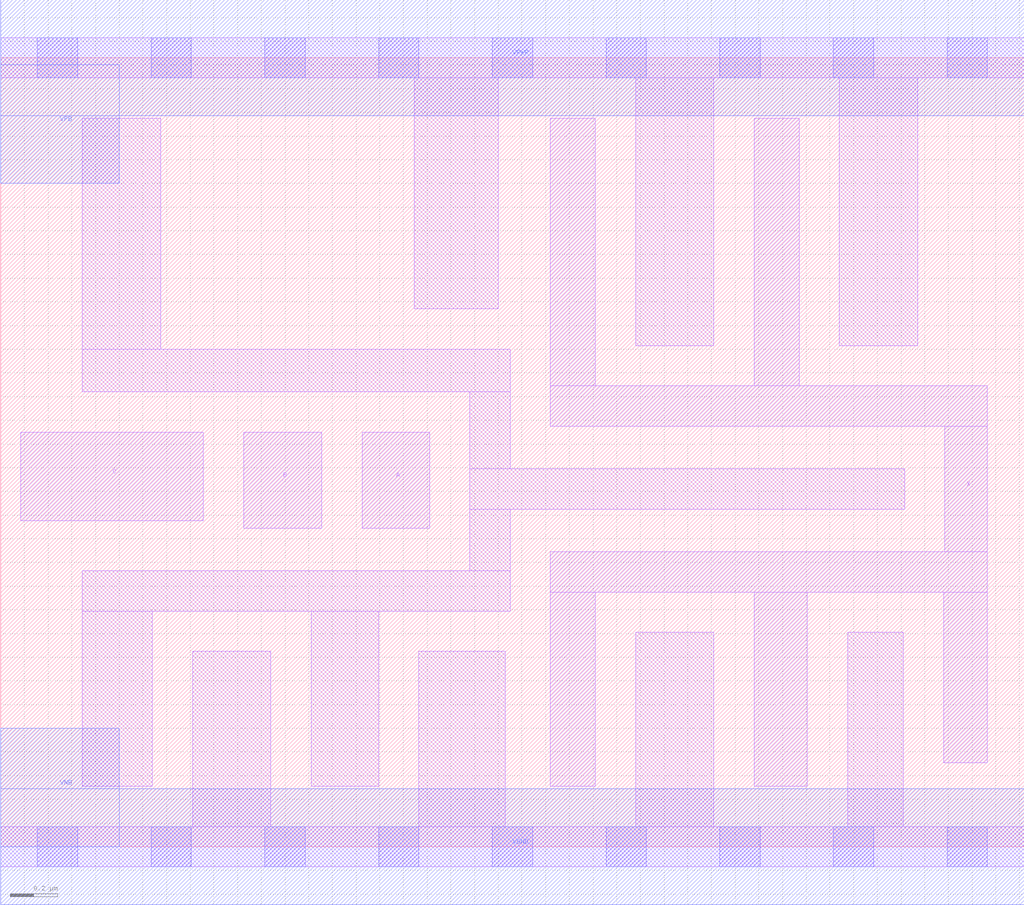
<source format=lef>
# Copyright 2020 The SkyWater PDK Authors
#
# Licensed under the Apache License, Version 2.0 (the "License");
# you may not use this file except in compliance with the License.
# You may obtain a copy of the License at
#
#     https://www.apache.org/licenses/LICENSE-2.0
#
# Unless required by applicable law or agreed to in writing, software
# distributed under the License is distributed on an "AS IS" BASIS,
# WITHOUT WARRANTIES OR CONDITIONS OF ANY KIND, either express or implied.
# See the License for the specific language governing permissions and
# limitations under the License.
#
# SPDX-License-Identifier: Apache-2.0

VERSION 5.5 ;
NAMESCASESENSITIVE ON ;
BUSBITCHARS "[]" ;
DIVIDERCHAR "/" ;
MACRO sky130_fd_sc_lp__or3_4
  CLASS CORE ;
  SOURCE USER ;
  ORIGIN  0.000000  0.000000 ;
  SIZE  4.320000 BY  3.330000 ;
  SYMMETRY X Y R90 ;
  SITE unit ;
  PIN A
    ANTENNAGATEAREA  0.315000 ;
    DIRECTION INPUT ;
    USE SIGNAL ;
    PORT
      LAYER li1 ;
        RECT 1.525000 1.345000 1.810000 1.750000 ;
    END
  END A
  PIN B
    ANTENNAGATEAREA  0.315000 ;
    DIRECTION INPUT ;
    USE SIGNAL ;
    PORT
      LAYER li1 ;
        RECT 1.025000 1.345000 1.355000 1.750000 ;
    END
  END B
  PIN C
    ANTENNAGATEAREA  0.315000 ;
    DIRECTION INPUT ;
    USE SIGNAL ;
    PORT
      LAYER li1 ;
        RECT 0.085000 1.375000 0.855000 1.750000 ;
    END
  END C
  PIN X
    ANTENNADIFFAREA  1.176000 ;
    DIRECTION OUTPUT ;
    USE SIGNAL ;
    PORT
      LAYER li1 ;
        RECT 2.320000 0.255000 2.510000 1.075000 ;
        RECT 2.320000 1.075000 4.165000 1.245000 ;
        RECT 2.320000 1.775000 4.165000 1.945000 ;
        RECT 2.320000 1.945000 2.510000 3.075000 ;
        RECT 3.180000 0.255000 3.405000 1.075000 ;
        RECT 3.180000 1.945000 3.370000 3.075000 ;
        RECT 3.980000 0.355000 4.165000 1.075000 ;
        RECT 3.985000 1.245000 4.165000 1.775000 ;
    END
  END X
  PIN VGND
    DIRECTION INOUT ;
    USE GROUND ;
    PORT
      LAYER met1 ;
        RECT 0.000000 -0.245000 4.320000 0.245000 ;
    END
  END VGND
  PIN VNB
    DIRECTION INOUT ;
    USE GROUND ;
    PORT
      LAYER met1 ;
        RECT 0.000000 0.000000 0.500000 0.500000 ;
    END
  END VNB
  PIN VPB
    DIRECTION INOUT ;
    USE POWER ;
    PORT
      LAYER met1 ;
        RECT 0.000000 2.800000 0.500000 3.300000 ;
    END
  END VPB
  PIN VPWR
    DIRECTION INOUT ;
    USE POWER ;
    PORT
      LAYER met1 ;
        RECT 0.000000 3.085000 4.320000 3.575000 ;
    END
  END VPWR
  OBS
    LAYER li1 ;
      RECT 0.000000 -0.085000 4.320000 0.085000 ;
      RECT 0.000000  3.245000 4.320000 3.415000 ;
      RECT 0.345000  0.255000 0.640000 0.995000 ;
      RECT 0.345000  0.995000 2.150000 1.165000 ;
      RECT 0.345000  1.920000 2.150000 2.100000 ;
      RECT 0.345000  2.100000 0.675000 3.075000 ;
      RECT 0.810000  0.085000 1.140000 0.825000 ;
      RECT 1.310000  0.255000 1.595000 0.995000 ;
      RECT 1.745000  2.270000 2.100000 3.245000 ;
      RECT 1.765000  0.085000 2.130000 0.825000 ;
      RECT 1.980000  1.165000 2.150000 1.425000 ;
      RECT 1.980000  1.425000 3.815000 1.595000 ;
      RECT 1.980000  1.595000 2.150000 1.920000 ;
      RECT 2.680000  0.085000 3.010000 0.905000 ;
      RECT 2.680000  2.115000 3.010000 3.245000 ;
      RECT 3.540000  2.115000 3.870000 3.245000 ;
      RECT 3.575000  0.085000 3.810000 0.905000 ;
    LAYER mcon ;
      RECT 0.155000 -0.085000 0.325000 0.085000 ;
      RECT 0.155000  3.245000 0.325000 3.415000 ;
      RECT 0.635000 -0.085000 0.805000 0.085000 ;
      RECT 0.635000  3.245000 0.805000 3.415000 ;
      RECT 1.115000 -0.085000 1.285000 0.085000 ;
      RECT 1.115000  3.245000 1.285000 3.415000 ;
      RECT 1.595000 -0.085000 1.765000 0.085000 ;
      RECT 1.595000  3.245000 1.765000 3.415000 ;
      RECT 2.075000 -0.085000 2.245000 0.085000 ;
      RECT 2.075000  3.245000 2.245000 3.415000 ;
      RECT 2.555000 -0.085000 2.725000 0.085000 ;
      RECT 2.555000  3.245000 2.725000 3.415000 ;
      RECT 3.035000 -0.085000 3.205000 0.085000 ;
      RECT 3.035000  3.245000 3.205000 3.415000 ;
      RECT 3.515000 -0.085000 3.685000 0.085000 ;
      RECT 3.515000  3.245000 3.685000 3.415000 ;
      RECT 3.995000 -0.085000 4.165000 0.085000 ;
      RECT 3.995000  3.245000 4.165000 3.415000 ;
  END
END sky130_fd_sc_lp__or3_4

</source>
